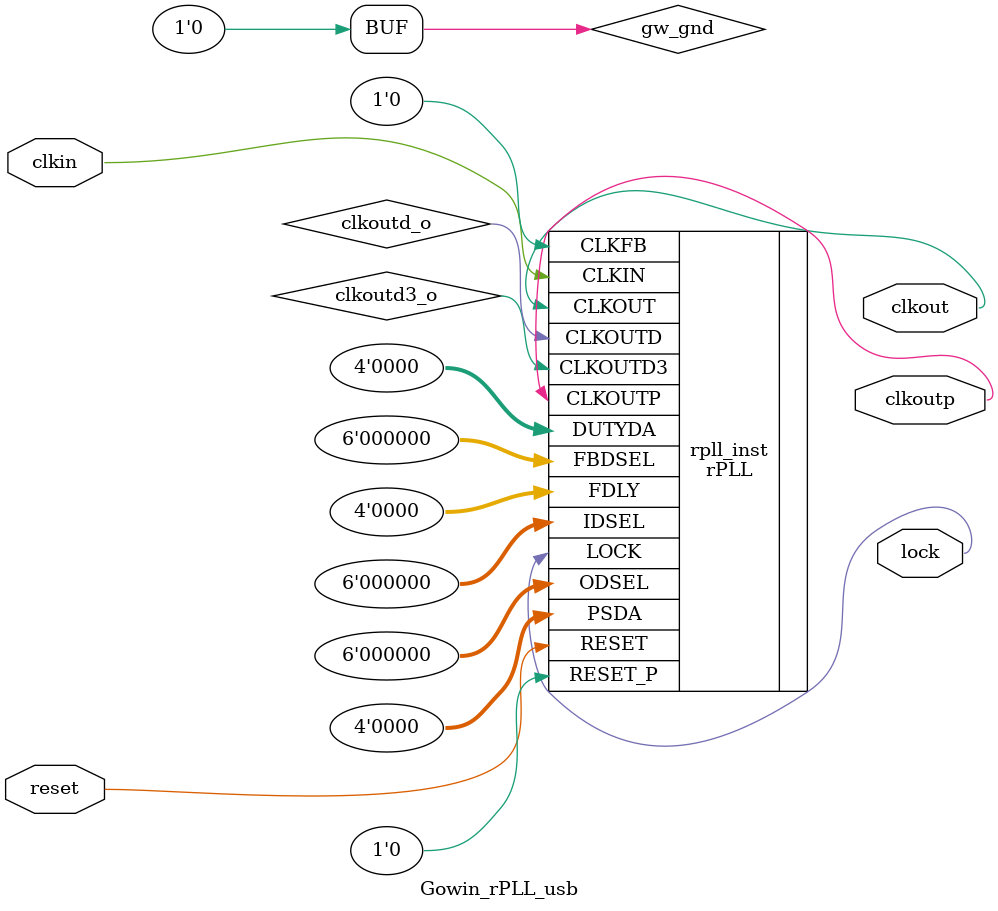
<source format=v>

module Gowin_rPLL_usb (clkout, clkoutp, lock, reset, clkin);

output clkout;
output clkoutp;
output lock;
input reset;
input clkin;

wire clkoutd_o;
wire clkoutd3_o;
wire gw_gnd;

assign gw_gnd = 1'b0;

rPLL rpll_inst (
    .CLKOUT(clkout),
    .LOCK(lock),
    .CLKOUTP(clkoutp),
    .CLKOUTD(clkoutd_o),
    .CLKOUTD3(clkoutd3_o),
    .RESET(reset),
    .RESET_P(gw_gnd),
    .CLKIN(clkin),
    .CLKFB(gw_gnd),
    .FBDSEL({gw_gnd,gw_gnd,gw_gnd,gw_gnd,gw_gnd,gw_gnd}),
    .IDSEL({gw_gnd,gw_gnd,gw_gnd,gw_gnd,gw_gnd,gw_gnd}),
    .ODSEL({gw_gnd,gw_gnd,gw_gnd,gw_gnd,gw_gnd,gw_gnd}),
    .PSDA({gw_gnd,gw_gnd,gw_gnd,gw_gnd}),
    .DUTYDA({gw_gnd,gw_gnd,gw_gnd,gw_gnd}),
    .FDLY({gw_gnd,gw_gnd,gw_gnd,gw_gnd})
);

// 27 -> 12 Mhz low-speed USB clock
defparam rpll_inst.FCLKIN = "27";
defparam rpll_inst.IDIV_SEL = 8;
defparam rpll_inst.FBDIV_SEL = 3;
defparam rpll_inst.ODIV_SEL = 64;

defparam rpll_inst.DYN_IDIV_SEL = "false";
defparam rpll_inst.DYN_FBDIV_SEL = "false";
defparam rpll_inst.DYN_ODIV_SEL = "false";
defparam rpll_inst.PSDA_SEL = "1000";
defparam rpll_inst.DYN_DA_EN = "false";
defparam rpll_inst.DUTYDA_SEL = "1000";
defparam rpll_inst.CLKOUT_FT_DIR = 1'b1;
defparam rpll_inst.CLKOUTP_FT_DIR = 1'b1;
defparam rpll_inst.CLKOUT_DLY_STEP = 0;
defparam rpll_inst.CLKOUTP_DLY_STEP = 0;
defparam rpll_inst.CLKFB_SEL = "internal";
defparam rpll_inst.CLKOUT_BYPASS = "false";
defparam rpll_inst.CLKOUTP_BYPASS = "false";
defparam rpll_inst.CLKOUTD_BYPASS = "false";
defparam rpll_inst.DYN_SDIV_SEL = 2;
defparam rpll_inst.CLKOUTD_SRC = "CLKOUT";
defparam rpll_inst.CLKOUTD3_SRC = "CLKOUT";
defparam rpll_inst.DEVICE = "GW2AR-18";

endmodule //Gowin_rPLL

</source>
